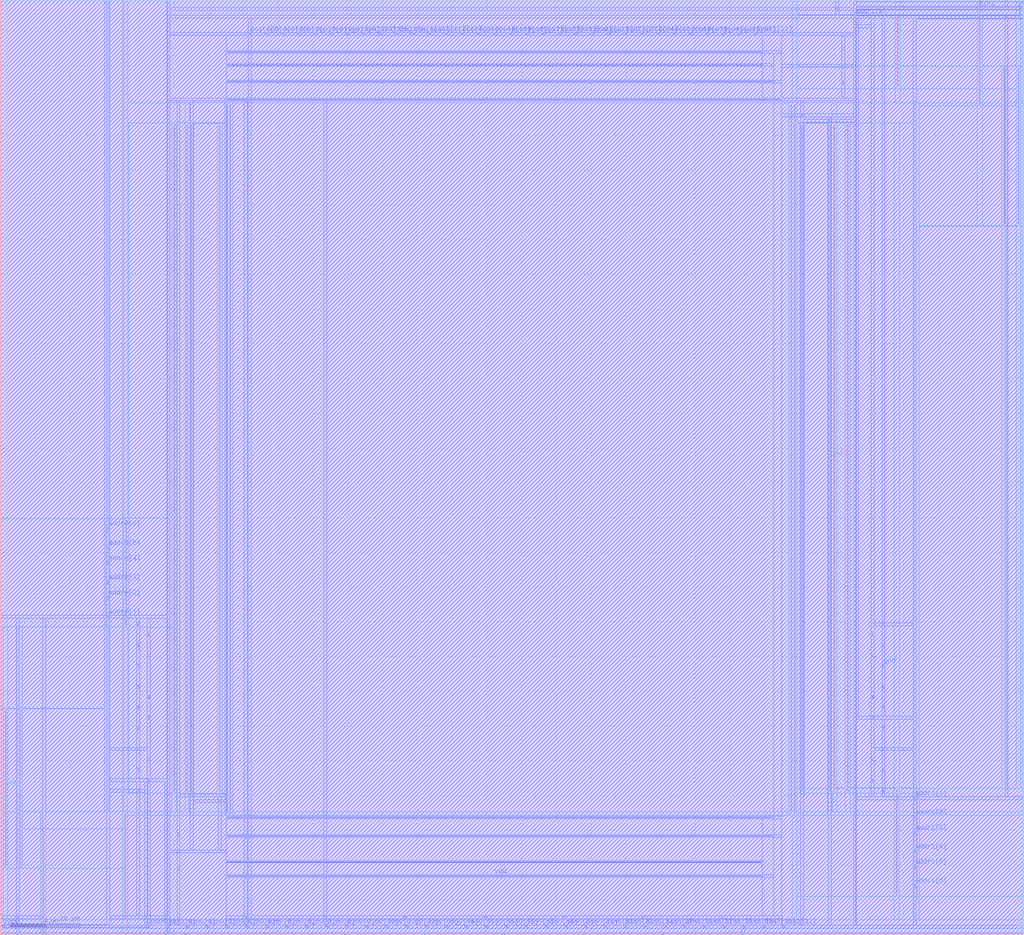
<source format=lef>
VERSION 5.4 ;
NAMESCASESENSITIVE ON ;
BUSBITCHARS "[]" ;
DIVIDERCHAR "/" ;
UNITS
  DATABASE MICRONS 2000 ;
END UNITS
MACRO freepdk45_sram_1w1r_128x32_32
   CLASS BLOCK ;
   SIZE 147.245 BY 134.51 ;
   SYMMETRY X Y R90 ;
   PIN din0[0]
      DIRECTION INPUT ;
      PORT
         LAYER metal3 ;
         RECT  24.075 1.1075 24.21 1.2425 ;
      END
   END din0[0]
   PIN din0[1]
      DIRECTION INPUT ;
      PORT
         LAYER metal3 ;
         RECT  26.935 1.1075 27.07 1.2425 ;
      END
   END din0[1]
   PIN din0[2]
      DIRECTION INPUT ;
      PORT
         LAYER metal3 ;
         RECT  29.795 1.1075 29.93 1.2425 ;
      END
   END din0[2]
   PIN din0[3]
      DIRECTION INPUT ;
      PORT
         LAYER metal3 ;
         RECT  32.655 1.1075 32.79 1.2425 ;
      END
   END din0[3]
   PIN din0[4]
      DIRECTION INPUT ;
      PORT
         LAYER metal3 ;
         RECT  35.515 1.1075 35.65 1.2425 ;
      END
   END din0[4]
   PIN din0[5]
      DIRECTION INPUT ;
      PORT
         LAYER metal3 ;
         RECT  38.375 1.1075 38.51 1.2425 ;
      END
   END din0[5]
   PIN din0[6]
      DIRECTION INPUT ;
      PORT
         LAYER metal3 ;
         RECT  41.235 1.1075 41.37 1.2425 ;
      END
   END din0[6]
   PIN din0[7]
      DIRECTION INPUT ;
      PORT
         LAYER metal3 ;
         RECT  44.095 1.1075 44.23 1.2425 ;
      END
   END din0[7]
   PIN din0[8]
      DIRECTION INPUT ;
      PORT
         LAYER metal3 ;
         RECT  46.955 1.1075 47.09 1.2425 ;
      END
   END din0[8]
   PIN din0[9]
      DIRECTION INPUT ;
      PORT
         LAYER metal3 ;
         RECT  49.815 1.1075 49.95 1.2425 ;
      END
   END din0[9]
   PIN din0[10]
      DIRECTION INPUT ;
      PORT
         LAYER metal3 ;
         RECT  52.675 1.1075 52.81 1.2425 ;
      END
   END din0[10]
   PIN din0[11]
      DIRECTION INPUT ;
      PORT
         LAYER metal3 ;
         RECT  55.535 1.1075 55.67 1.2425 ;
      END
   END din0[11]
   PIN din0[12]
      DIRECTION INPUT ;
      PORT
         LAYER metal3 ;
         RECT  58.395 1.1075 58.53 1.2425 ;
      END
   END din0[12]
   PIN din0[13]
      DIRECTION INPUT ;
      PORT
         LAYER metal3 ;
         RECT  61.255 1.1075 61.39 1.2425 ;
      END
   END din0[13]
   PIN din0[14]
      DIRECTION INPUT ;
      PORT
         LAYER metal3 ;
         RECT  64.115 1.1075 64.25 1.2425 ;
      END
   END din0[14]
   PIN din0[15]
      DIRECTION INPUT ;
      PORT
         LAYER metal3 ;
         RECT  66.975 1.1075 67.11 1.2425 ;
      END
   END din0[15]
   PIN din0[16]
      DIRECTION INPUT ;
      PORT
         LAYER metal3 ;
         RECT  69.835 1.1075 69.97 1.2425 ;
      END
   END din0[16]
   PIN din0[17]
      DIRECTION INPUT ;
      PORT
         LAYER metal3 ;
         RECT  72.695 1.1075 72.83 1.2425 ;
      END
   END din0[17]
   PIN din0[18]
      DIRECTION INPUT ;
      PORT
         LAYER metal3 ;
         RECT  75.555 1.1075 75.69 1.2425 ;
      END
   END din0[18]
   PIN din0[19]
      DIRECTION INPUT ;
      PORT
         LAYER metal3 ;
         RECT  78.415 1.1075 78.55 1.2425 ;
      END
   END din0[19]
   PIN din0[20]
      DIRECTION INPUT ;
      PORT
         LAYER metal3 ;
         RECT  81.275 1.1075 81.41 1.2425 ;
      END
   END din0[20]
   PIN din0[21]
      DIRECTION INPUT ;
      PORT
         LAYER metal3 ;
         RECT  84.135 1.1075 84.27 1.2425 ;
      END
   END din0[21]
   PIN din0[22]
      DIRECTION INPUT ;
      PORT
         LAYER metal3 ;
         RECT  86.995 1.1075 87.13 1.2425 ;
      END
   END din0[22]
   PIN din0[23]
      DIRECTION INPUT ;
      PORT
         LAYER metal3 ;
         RECT  89.855 1.1075 89.99 1.2425 ;
      END
   END din0[23]
   PIN din0[24]
      DIRECTION INPUT ;
      PORT
         LAYER metal3 ;
         RECT  92.715 1.1075 92.85 1.2425 ;
      END
   END din0[24]
   PIN din0[25]
      DIRECTION INPUT ;
      PORT
         LAYER metal3 ;
         RECT  95.575 1.1075 95.71 1.2425 ;
      END
   END din0[25]
   PIN din0[26]
      DIRECTION INPUT ;
      PORT
         LAYER metal3 ;
         RECT  98.435 1.1075 98.57 1.2425 ;
      END
   END din0[26]
   PIN din0[27]
      DIRECTION INPUT ;
      PORT
         LAYER metal3 ;
         RECT  101.295 1.1075 101.43 1.2425 ;
      END
   END din0[27]
   PIN din0[28]
      DIRECTION INPUT ;
      PORT
         LAYER metal3 ;
         RECT  104.155 1.1075 104.29 1.2425 ;
      END
   END din0[28]
   PIN din0[29]
      DIRECTION INPUT ;
      PORT
         LAYER metal3 ;
         RECT  107.015 1.1075 107.15 1.2425 ;
      END
   END din0[29]
   PIN din0[30]
      DIRECTION INPUT ;
      PORT
         LAYER metal3 ;
         RECT  109.875 1.1075 110.01 1.2425 ;
      END
   END din0[30]
   PIN din0[31]
      DIRECTION INPUT ;
      PORT
         LAYER metal3 ;
         RECT  112.735 1.1075 112.87 1.2425 ;
      END
   END din0[31]
   PIN addr0[0]
      DIRECTION INPUT ;
      PORT
         LAYER metal3 ;
         RECT  21.215 1.1075 21.35 1.2425 ;
      END
   END addr0[0]
   PIN addr0[1]
      DIRECTION INPUT ;
      PORT
         LAYER metal3 ;
         RECT  15.495 45.6975 15.63 45.8325 ;
      END
   END addr0[1]
   PIN addr0[2]
      DIRECTION INPUT ;
      PORT
         LAYER metal3 ;
         RECT  15.495 48.4275 15.63 48.5625 ;
      END
   END addr0[2]
   PIN addr0[3]
      DIRECTION INPUT ;
      PORT
         LAYER metal3 ;
         RECT  15.495 50.6375 15.63 50.7725 ;
      END
   END addr0[3]
   PIN addr0[4]
      DIRECTION INPUT ;
      PORT
         LAYER metal3 ;
         RECT  15.495 53.3675 15.63 53.5025 ;
      END
   END addr0[4]
   PIN addr0[5]
      DIRECTION INPUT ;
      PORT
         LAYER metal3 ;
         RECT  15.495 55.5775 15.63 55.7125 ;
      END
   END addr0[5]
   PIN addr0[6]
      DIRECTION INPUT ;
      PORT
         LAYER metal3 ;
         RECT  15.495 58.3075 15.63 58.4425 ;
      END
   END addr0[6]
   PIN addr1[0]
      DIRECTION INPUT ;
      PORT
         LAYER metal3 ;
         RECT  122.895 132.0025 123.03 132.1375 ;
      END
   END addr1[0]
   PIN addr1[1]
      DIRECTION INPUT ;
      PORT
         LAYER metal3 ;
         RECT  131.475 19.5675 131.61 19.7025 ;
      END
   END addr1[1]
   PIN addr1[2]
      DIRECTION INPUT ;
      PORT
         LAYER metal3 ;
         RECT  131.475 16.8375 131.61 16.9725 ;
      END
   END addr1[2]
   PIN addr1[3]
      DIRECTION INPUT ;
      PORT
         LAYER metal3 ;
         RECT  131.475 14.6275 131.61 14.7625 ;
      END
   END addr1[3]
   PIN addr1[4]
      DIRECTION INPUT ;
      PORT
         LAYER metal3 ;
         RECT  131.475 11.8975 131.61 12.0325 ;
      END
   END addr1[4]
   PIN addr1[5]
      DIRECTION INPUT ;
      PORT
         LAYER metal3 ;
         RECT  131.475 9.6875 131.61 9.8225 ;
      END
   END addr1[5]
   PIN addr1[6]
      DIRECTION INPUT ;
      PORT
         LAYER metal3 ;
         RECT  131.475 6.9575 131.61 7.0925 ;
      END
   END addr1[6]
   PIN csb0
      DIRECTION INPUT ;
      PORT
         LAYER metal3 ;
         RECT  0.285 1.1075 0.42 1.2425 ;
      END
   END csb0
   PIN csb1
      DIRECTION INPUT ;
      PORT
         LAYER metal3 ;
         RECT  146.825 133.2675 146.96 133.4025 ;
      END
   END csb1
   PIN clk0
      DIRECTION INPUT ;
      PORT
         LAYER metal3 ;
         RECT  6.2475 1.1925 6.3825 1.3275 ;
      END
   END clk0
   PIN clk1
      DIRECTION INPUT ;
      PORT
         LAYER metal3 ;
         RECT  140.7225 133.1825 140.8575 133.3175 ;
      END
   END clk1
   PIN dout1[0]
      DIRECTION OUTPUT ;
      PORT
         LAYER metal3 ;
         RECT  35.8225 129.515 35.9575 129.65 ;
      END
   END dout1[0]
   PIN dout1[1]
      DIRECTION OUTPUT ;
      PORT
         LAYER metal3 ;
         RECT  38.1725 129.515 38.3075 129.65 ;
      END
   END dout1[1]
   PIN dout1[2]
      DIRECTION OUTPUT ;
      PORT
         LAYER metal3 ;
         RECT  40.5225 129.515 40.6575 129.65 ;
      END
   END dout1[2]
   PIN dout1[3]
      DIRECTION OUTPUT ;
      PORT
         LAYER metal3 ;
         RECT  42.8725 129.515 43.0075 129.65 ;
      END
   END dout1[3]
   PIN dout1[4]
      DIRECTION OUTPUT ;
      PORT
         LAYER metal3 ;
         RECT  45.2225 129.515 45.3575 129.65 ;
      END
   END dout1[4]
   PIN dout1[5]
      DIRECTION OUTPUT ;
      PORT
         LAYER metal3 ;
         RECT  47.5725 129.515 47.7075 129.65 ;
      END
   END dout1[5]
   PIN dout1[6]
      DIRECTION OUTPUT ;
      PORT
         LAYER metal3 ;
         RECT  49.9225 129.515 50.0575 129.65 ;
      END
   END dout1[6]
   PIN dout1[7]
      DIRECTION OUTPUT ;
      PORT
         LAYER metal3 ;
         RECT  52.2725 129.515 52.4075 129.65 ;
      END
   END dout1[7]
   PIN dout1[8]
      DIRECTION OUTPUT ;
      PORT
         LAYER metal3 ;
         RECT  54.6225 129.515 54.7575 129.65 ;
      END
   END dout1[8]
   PIN dout1[9]
      DIRECTION OUTPUT ;
      PORT
         LAYER metal3 ;
         RECT  56.9725 129.515 57.1075 129.65 ;
      END
   END dout1[9]
   PIN dout1[10]
      DIRECTION OUTPUT ;
      PORT
         LAYER metal3 ;
         RECT  59.3225 129.515 59.4575 129.65 ;
      END
   END dout1[10]
   PIN dout1[11]
      DIRECTION OUTPUT ;
      PORT
         LAYER metal3 ;
         RECT  61.6725 129.515 61.8075 129.65 ;
      END
   END dout1[11]
   PIN dout1[12]
      DIRECTION OUTPUT ;
      PORT
         LAYER metal3 ;
         RECT  64.0225 129.515 64.1575 129.65 ;
      END
   END dout1[12]
   PIN dout1[13]
      DIRECTION OUTPUT ;
      PORT
         LAYER metal3 ;
         RECT  66.3725 129.515 66.5075 129.65 ;
      END
   END dout1[13]
   PIN dout1[14]
      DIRECTION OUTPUT ;
      PORT
         LAYER metal3 ;
         RECT  68.7225 129.515 68.8575 129.65 ;
      END
   END dout1[14]
   PIN dout1[15]
      DIRECTION OUTPUT ;
      PORT
         LAYER metal3 ;
         RECT  71.0725 129.515 71.2075 129.65 ;
      END
   END dout1[15]
   PIN dout1[16]
      DIRECTION OUTPUT ;
      PORT
         LAYER metal3 ;
         RECT  73.4225 129.515 73.5575 129.65 ;
      END
   END dout1[16]
   PIN dout1[17]
      DIRECTION OUTPUT ;
      PORT
         LAYER metal3 ;
         RECT  75.7725 129.515 75.9075 129.65 ;
      END
   END dout1[17]
   PIN dout1[18]
      DIRECTION OUTPUT ;
      PORT
         LAYER metal3 ;
         RECT  78.1225 129.515 78.2575 129.65 ;
      END
   END dout1[18]
   PIN dout1[19]
      DIRECTION OUTPUT ;
      PORT
         LAYER metal3 ;
         RECT  80.4725 129.515 80.6075 129.65 ;
      END
   END dout1[19]
   PIN dout1[20]
      DIRECTION OUTPUT ;
      PORT
         LAYER metal3 ;
         RECT  82.8225 129.515 82.9575 129.65 ;
      END
   END dout1[20]
   PIN dout1[21]
      DIRECTION OUTPUT ;
      PORT
         LAYER metal3 ;
         RECT  85.1725 129.515 85.3075 129.65 ;
      END
   END dout1[21]
   PIN dout1[22]
      DIRECTION OUTPUT ;
      PORT
         LAYER metal3 ;
         RECT  87.5225 129.515 87.6575 129.65 ;
      END
   END dout1[22]
   PIN dout1[23]
      DIRECTION OUTPUT ;
      PORT
         LAYER metal3 ;
         RECT  89.8725 129.515 90.0075 129.65 ;
      END
   END dout1[23]
   PIN dout1[24]
      DIRECTION OUTPUT ;
      PORT
         LAYER metal3 ;
         RECT  92.2225 129.515 92.3575 129.65 ;
      END
   END dout1[24]
   PIN dout1[25]
      DIRECTION OUTPUT ;
      PORT
         LAYER metal3 ;
         RECT  94.5725 129.515 94.7075 129.65 ;
      END
   END dout1[25]
   PIN dout1[26]
      DIRECTION OUTPUT ;
      PORT
         LAYER metal3 ;
         RECT  96.9225 129.515 97.0575 129.65 ;
      END
   END dout1[26]
   PIN dout1[27]
      DIRECTION OUTPUT ;
      PORT
         LAYER metal3 ;
         RECT  99.2725 129.515 99.4075 129.65 ;
      END
   END dout1[27]
   PIN dout1[28]
      DIRECTION OUTPUT ;
      PORT
         LAYER metal3 ;
         RECT  101.6225 129.515 101.7575 129.65 ;
      END
   END dout1[28]
   PIN dout1[29]
      DIRECTION OUTPUT ;
      PORT
         LAYER metal3 ;
         RECT  103.9725 129.515 104.1075 129.65 ;
      END
   END dout1[29]
   PIN dout1[30]
      DIRECTION OUTPUT ;
      PORT
         LAYER metal3 ;
         RECT  106.3225 129.515 106.4575 129.65 ;
      END
   END dout1[30]
   PIN dout1[31]
      DIRECTION OUTPUT ;
      PORT
         LAYER metal3 ;
         RECT  108.6725 129.515 108.8075 129.65 ;
      END
   END dout1[31]
   PIN vdd
      DIRECTION INOUT ;
      USE POWER ; 
      SHAPE ABUTMENT ; 
      PORT
         LAYER metal3 ;
         RECT  125.4625 31.1375 125.5975 31.2725 ;
         LAYER metal3 ;
         RECT  32.6375 120.105 112.2975 120.175 ;
         LAYER metal3 ;
         RECT  21.3125 22.1675 21.4475 22.3025 ;
         LAYER metal3 ;
         RECT  23.7925 2.4725 23.9275 2.6075 ;
         LAYER metal3 ;
         RECT  115.2825 117.8475 115.4175 117.9825 ;
         LAYER metal3 ;
         RECT  25.575 11.9075 25.71 12.0425 ;
         LAYER metal3 ;
         RECT  46.6725 2.4725 46.8075 2.6075 ;
         LAYER metal3 ;
         RECT  119.29 117.06 119.425 117.195 ;
         LAYER metal3 ;
         RECT  125.4625 40.1075 125.5975 40.2425 ;
         LAYER metal3 ;
         RECT  21.3125 43.0975 21.4475 43.2325 ;
         LAYER metal3 ;
         RECT  92.4325 2.4725 92.5675 2.6075 ;
         LAYER metal3 ;
         RECT  103.8725 2.4725 104.0075 2.6075 ;
         LAYER metal3 ;
         RECT  58.1125 2.4725 58.2475 2.6075 ;
         LAYER metal3 ;
         RECT  125.4625 25.1575 125.5975 25.2925 ;
         LAYER metal3 ;
         RECT  121.2 124.9375 121.335 125.0725 ;
         LAYER metal3 ;
         RECT  32.6375 126.9575 109.4775 127.0275 ;
         LAYER metal4 ;
         RECT  17.93 2.47 18.07 17.43 ;
         LAYER metal4 ;
         RECT  114.2 17.5 114.34 119.41 ;
         LAYER metal3 ;
         RECT  21.3125 25.1575 21.4475 25.2925 ;
         LAYER metal4 ;
         RECT  131.755 5.85 131.895 20.81 ;
         LAYER metal3 ;
         RECT  80.9925 2.4725 81.1275 2.6075 ;
         LAYER metal3 ;
         RECT  123.1775 130.6375 123.3125 130.7725 ;
         LAYER metal3 ;
         RECT  125.4625 43.0975 125.5975 43.2325 ;
         LAYER metal4 ;
         RECT  15.21 44.59 15.35 59.55 ;
         LAYER metal3 ;
         RECT  21.3125 40.1075 21.4475 40.2425 ;
         LAYER metal3 ;
         RECT  125.4625 22.1675 125.5975 22.3025 ;
         LAYER metal4 ;
         RECT  119.905 20.67 120.045 116.56 ;
         LAYER metal3 ;
         RECT  35.2325 2.4725 35.3675 2.6075 ;
         LAYER metal3 ;
         RECT  27.485 19.965 27.62 20.1 ;
         LAYER metal4 ;
         RECT  146.4175 102.26 146.5575 124.6625 ;
         LAYER metal3 ;
         RECT  2.425 2.4725 2.56 2.6075 ;
         LAYER metal4 ;
         RECT  129.035 122.02 129.175 132.04 ;
         LAYER metal3 ;
         RECT  31.4925 19.1775 31.6275 19.3125 ;
         LAYER metal3 ;
         RECT  21.3125 34.1275 21.4475 34.2625 ;
         LAYER metal3 ;
         RECT  21.3125 31.1375 21.4475 31.2725 ;
         LAYER metal3 ;
         RECT  20.9325 2.4725 21.0675 2.6075 ;
         LAYER metal4 ;
         RECT  32.57 17.5 32.71 119.41 ;
         LAYER metal3 ;
         RECT  125.4625 34.1275 125.5975 34.2625 ;
         LAYER metal3 ;
         RECT  32.6375 16.805 111.1225 16.875 ;
         LAYER metal4 ;
         RECT  26.865 20.67 27.005 116.56 ;
         LAYER metal3 ;
         RECT  144.685 131.9025 144.82 132.0375 ;
         LAYER metal3 ;
         RECT  69.5525 2.4725 69.6875 2.6075 ;
         LAYER metal4 ;
         RECT  115.28 20.67 115.42 116.49 ;
         LAYER metal4 ;
         RECT  31.49 20.67 31.63 116.49 ;
         LAYER metal3 ;
         RECT  32.6375 8.415 109.4775 8.485 ;
         LAYER metal4 ;
         RECT  0.6875 9.8475 0.8275 32.25 ;
      END
   END vdd
   PIN gnd
      DIRECTION INOUT ;
      USE GROUND ; 
      SHAPE ABUTMENT ; 
      PORT
         LAYER metal4 ;
         RECT  24.93 20.6375 25.07 116.56 ;
         LAYER metal3 ;
         RECT  19.785 26.6525 19.92 26.7875 ;
         LAYER metal3 ;
         RECT  106.7325 0.0025 106.8675 0.1375 ;
         LAYER metal4 ;
         RECT  140.86 119.55 141.0 134.51 ;
         LAYER metal3 ;
         RECT  19.785 41.6025 19.92 41.7375 ;
         LAYER metal3 ;
         RECT  121.2 127.4075 121.335 127.5425 ;
         LAYER metal3 ;
         RECT  19.785 38.6125 19.92 38.7475 ;
         LAYER metal3 ;
         RECT  83.8525 0.0025 83.9875 0.1375 ;
         LAYER metal3 ;
         RECT  32.6375 10.465 109.4775 10.535 ;
         LAYER metal3 ;
         RECT  32.6375 14.185 111.155 14.255 ;
         LAYER metal4 ;
         RECT  18.07 44.525 18.21 59.615 ;
         LAYER metal4 ;
         RECT  27.425 20.6375 27.565 116.5225 ;
         LAYER metal4 ;
         RECT  113.74 17.5 113.88 119.41 ;
         LAYER metal3 ;
         RECT  126.99 26.6525 127.125 26.7875 ;
         LAYER metal4 ;
         RECT  33.03 17.5 33.17 119.41 ;
         LAYER metal3 ;
         RECT  2.425 0.0025 2.56 0.1375 ;
         LAYER metal3 ;
         RECT  19.785 20.6725 19.92 20.8075 ;
         LAYER metal3 ;
         RECT  144.685 134.3725 144.82 134.5075 ;
         LAYER metal3 ;
         RECT  120.3175 133.1075 120.4525 133.2425 ;
         LAYER metal3 ;
         RECT  49.5325 0.0025 49.6675 0.1375 ;
         LAYER metal4 ;
         RECT  128.895 5.785 129.035 20.875 ;
         LAYER metal4 ;
         RECT  121.84 20.6375 121.98 116.56 ;
         LAYER metal3 ;
         RECT  126.99 29.6425 127.125 29.7775 ;
         LAYER metal3 ;
         RECT  126.99 44.5925 127.125 44.7275 ;
         LAYER metal3 ;
         RECT  121.2 122.4675 121.335 122.6025 ;
         LAYER metal3 ;
         RECT  32.6375 122.725 111.155 122.795 ;
         LAYER metal4 ;
         RECT  2.75 9.88 2.89 32.2825 ;
         LAYER metal3 ;
         RECT  23.7925 0.0025 23.9275 0.1375 ;
         LAYER metal4 ;
         RECT  6.105 0.0 6.245 14.96 ;
         LAYER metal3 ;
         RECT  19.785 32.6325 19.92 32.7675 ;
         LAYER metal3 ;
         RECT  126.99 23.6625 127.125 23.7975 ;
         LAYER metal3 ;
         RECT  25.575 14.3775 25.71 14.5125 ;
         LAYER metal4 ;
         RECT  144.355 102.2275 144.495 124.63 ;
         LAYER metal3 ;
         RECT  19.785 29.6425 19.92 29.7775 ;
         LAYER metal3 ;
         RECT  72.4125 0.0025 72.5475 0.1375 ;
         LAYER metal3 ;
         RECT  95.2925 0.0025 95.4275 0.1375 ;
         LAYER metal3 ;
         RECT  25.575 9.4375 25.71 9.5725 ;
         LAYER metal3 ;
         RECT  126.99 41.6025 127.125 41.7375 ;
         LAYER metal3 ;
         RECT  38.0925 0.0025 38.2275 0.1375 ;
         LAYER metal3 ;
         RECT  60.9725 0.0025 61.1075 0.1375 ;
         LAYER metal3 ;
         RECT  126.99 20.6725 127.125 20.8075 ;
         LAYER metal3 ;
         RECT  32.6375 125.065 109.5125 125.135 ;
         LAYER metal3 ;
         RECT  126.99 35.6225 127.125 35.7575 ;
         LAYER metal3 ;
         RECT  19.785 23.6625 19.92 23.7975 ;
         LAYER metal3 ;
         RECT  26.6525 0.0025 26.7875 0.1375 ;
         LAYER metal3 ;
         RECT  19.785 44.5925 19.92 44.7275 ;
         LAYER metal4 ;
         RECT  119.345 20.6375 119.485 116.5225 ;
         LAYER metal3 ;
         RECT  19.785 35.6225 19.92 35.7575 ;
         LAYER metal3 ;
         RECT  126.99 32.6325 127.125 32.7675 ;
         LAYER metal3 ;
         RECT  126.99 38.6125 127.125 38.7475 ;
      END
   END gnd
   OBS
   LAYER  metal1 ;
      RECT  0.14 0.14 147.105 134.37 ;
   LAYER  metal2 ;
      RECT  0.14 0.14 147.105 134.37 ;
   LAYER  metal3 ;
      RECT  24.35 0.9675 26.795 1.3825 ;
      RECT  27.21 0.9675 29.655 1.3825 ;
      RECT  30.07 0.9675 32.515 1.3825 ;
      RECT  32.93 0.9675 35.375 1.3825 ;
      RECT  35.79 0.9675 38.235 1.3825 ;
      RECT  38.65 0.9675 41.095 1.3825 ;
      RECT  41.51 0.9675 43.955 1.3825 ;
      RECT  44.37 0.9675 46.815 1.3825 ;
      RECT  47.23 0.9675 49.675 1.3825 ;
      RECT  50.09 0.9675 52.535 1.3825 ;
      RECT  52.95 0.9675 55.395 1.3825 ;
      RECT  55.81 0.9675 58.255 1.3825 ;
      RECT  58.67 0.9675 61.115 1.3825 ;
      RECT  61.53 0.9675 63.975 1.3825 ;
      RECT  64.39 0.9675 66.835 1.3825 ;
      RECT  67.25 0.9675 69.695 1.3825 ;
      RECT  70.11 0.9675 72.555 1.3825 ;
      RECT  72.97 0.9675 75.415 1.3825 ;
      RECT  75.83 0.9675 78.275 1.3825 ;
      RECT  78.69 0.9675 81.135 1.3825 ;
      RECT  81.55 0.9675 83.995 1.3825 ;
      RECT  84.41 0.9675 86.855 1.3825 ;
      RECT  87.27 0.9675 89.715 1.3825 ;
      RECT  90.13 0.9675 92.575 1.3825 ;
      RECT  92.99 0.9675 95.435 1.3825 ;
      RECT  95.85 0.9675 98.295 1.3825 ;
      RECT  98.71 0.9675 101.155 1.3825 ;
      RECT  101.57 0.9675 104.015 1.3825 ;
      RECT  104.43 0.9675 106.875 1.3825 ;
      RECT  107.29 0.9675 109.735 1.3825 ;
      RECT  110.15 0.9675 112.595 1.3825 ;
      RECT  113.01 0.9675 147.105 1.3825 ;
      RECT  21.49 0.9675 23.935 1.3825 ;
      RECT  0.14 45.5575 15.355 45.9725 ;
      RECT  0.14 45.9725 15.355 134.37 ;
      RECT  15.355 1.3825 15.77 45.5575 ;
      RECT  15.77 45.5575 23.935 45.9725 ;
      RECT  15.77 45.9725 23.935 134.37 ;
      RECT  15.355 45.9725 15.77 48.2875 ;
      RECT  15.355 48.7025 15.77 50.4975 ;
      RECT  15.355 50.9125 15.77 53.2275 ;
      RECT  15.355 53.6425 15.77 55.4375 ;
      RECT  15.355 55.8525 15.77 58.1675 ;
      RECT  15.355 58.5825 15.77 134.37 ;
      RECT  24.35 131.8625 122.755 132.2775 ;
      RECT  122.755 132.2775 123.17 134.37 ;
      RECT  123.17 1.3825 131.335 19.4275 ;
      RECT  123.17 19.4275 131.335 19.8425 ;
      RECT  131.335 19.8425 131.75 131.8625 ;
      RECT  131.75 1.3825 147.105 19.4275 ;
      RECT  131.75 19.4275 147.105 19.8425 ;
      RECT  131.335 17.1125 131.75 19.4275 ;
      RECT  131.335 14.9025 131.75 16.6975 ;
      RECT  131.335 12.1725 131.75 14.4875 ;
      RECT  131.335 9.9625 131.75 11.7575 ;
      RECT  131.335 1.3825 131.75 6.8175 ;
      RECT  131.335 7.2325 131.75 9.5475 ;
      RECT  0.14 0.9675 0.145 1.3825 ;
      RECT  146.685 132.2775 147.1 133.1275 ;
      RECT  146.685 133.5425 147.1 134.37 ;
      RECT  147.1 132.2775 147.105 133.1275 ;
      RECT  147.1 133.1275 147.105 133.5425 ;
      RECT  147.1 133.5425 147.105 134.37 ;
      RECT  0.14 1.3825 6.1075 1.4675 ;
      RECT  6.1075 1.4675 6.5225 45.5575 ;
      RECT  6.5225 1.3825 15.355 1.4675 ;
      RECT  6.5225 1.4675 15.355 45.5575 ;
      RECT  0.56 0.9675 6.1075 1.0525 ;
      RECT  0.56 1.0525 6.1075 1.3825 ;
      RECT  6.1075 0.9675 6.5225 1.0525 ;
      RECT  6.5225 0.9675 21.075 1.0525 ;
      RECT  6.5225 1.0525 21.075 1.3825 ;
      RECT  123.17 132.2775 140.5825 133.0425 ;
      RECT  123.17 133.0425 140.5825 133.1275 ;
      RECT  140.5825 132.2775 140.9975 133.0425 ;
      RECT  140.9975 132.2775 146.685 133.0425 ;
      RECT  140.9975 133.0425 146.685 133.1275 ;
      RECT  123.17 133.1275 140.5825 133.4575 ;
      RECT  123.17 133.4575 140.5825 133.5425 ;
      RECT  140.5825 133.4575 140.9975 133.5425 ;
      RECT  140.9975 133.1275 146.685 133.4575 ;
      RECT  140.9975 133.4575 146.685 133.5425 ;
      RECT  24.35 129.375 35.6825 129.79 ;
      RECT  24.35 129.79 35.6825 131.8625 ;
      RECT  35.6825 129.79 36.0975 131.8625 ;
      RECT  36.0975 129.79 122.755 131.8625 ;
      RECT  36.0975 129.375 38.0325 129.79 ;
      RECT  38.4475 129.375 40.3825 129.79 ;
      RECT  40.7975 129.375 42.7325 129.79 ;
      RECT  43.1475 129.375 45.0825 129.79 ;
      RECT  45.4975 129.375 47.4325 129.79 ;
      RECT  47.8475 129.375 49.7825 129.79 ;
      RECT  50.1975 129.375 52.1325 129.79 ;
      RECT  52.5475 129.375 54.4825 129.79 ;
      RECT  54.8975 129.375 56.8325 129.79 ;
      RECT  57.2475 129.375 59.1825 129.79 ;
      RECT  59.5975 129.375 61.5325 129.79 ;
      RECT  61.9475 129.375 63.8825 129.79 ;
      RECT  64.2975 129.375 66.2325 129.79 ;
      RECT  66.6475 129.375 68.5825 129.79 ;
      RECT  68.9975 129.375 70.9325 129.79 ;
      RECT  71.3475 129.375 73.2825 129.79 ;
      RECT  73.6975 129.375 75.6325 129.79 ;
      RECT  76.0475 129.375 77.9825 129.79 ;
      RECT  78.3975 129.375 80.3325 129.79 ;
      RECT  80.7475 129.375 82.6825 129.79 ;
      RECT  83.0975 129.375 85.0325 129.79 ;
      RECT  85.4475 129.375 87.3825 129.79 ;
      RECT  87.7975 129.375 89.7325 129.79 ;
      RECT  90.1475 129.375 92.0825 129.79 ;
      RECT  92.4975 129.375 94.4325 129.79 ;
      RECT  94.8475 129.375 96.7825 129.79 ;
      RECT  97.1975 129.375 99.1325 129.79 ;
      RECT  99.5475 129.375 101.4825 129.79 ;
      RECT  101.8975 129.375 103.8325 129.79 ;
      RECT  104.2475 129.375 106.1825 129.79 ;
      RECT  106.5975 129.375 108.5325 129.79 ;
      RECT  108.9475 129.375 122.755 129.79 ;
      RECT  123.17 19.8425 125.3225 30.9975 ;
      RECT  123.17 30.9975 125.3225 31.4125 ;
      RECT  125.7375 30.9975 131.335 31.4125 ;
      RECT  24.35 119.965 32.4975 120.315 ;
      RECT  24.35 120.315 32.4975 129.375 ;
      RECT  112.4375 119.965 122.755 120.315 ;
      RECT  15.77 22.0275 21.1725 22.4425 ;
      RECT  21.5875 22.0275 23.935 22.4425 ;
      RECT  21.5875 22.4425 23.935 45.5575 ;
      RECT  23.935 1.3825 24.0675 2.3325 ;
      RECT  23.935 2.7475 24.0675 134.37 ;
      RECT  24.0675 1.3825 24.35 2.3325 ;
      RECT  24.0675 2.3325 24.35 2.7475 ;
      RECT  24.0675 2.7475 24.35 134.37 ;
      RECT  21.5875 1.3825 23.6525 2.3325 ;
      RECT  21.5875 2.3325 23.6525 2.7475 ;
      RECT  21.5875 2.7475 23.6525 22.0275 ;
      RECT  23.6525 1.3825 23.935 2.3325 ;
      RECT  23.6525 2.7475 23.935 22.0275 ;
      RECT  112.4375 1.3825 115.1425 117.7075 ;
      RECT  112.4375 117.7075 115.1425 118.1225 ;
      RECT  112.4375 118.1225 115.1425 119.965 ;
      RECT  115.1425 1.3825 115.5575 117.7075 ;
      RECT  115.1425 118.1225 115.5575 119.965 ;
      RECT  115.5575 117.7075 122.755 118.1225 ;
      RECT  115.5575 118.1225 122.755 119.965 ;
      RECT  24.35 1.3825 25.435 11.7675 ;
      RECT  24.35 11.7675 25.435 12.1825 ;
      RECT  24.35 12.1825 25.435 119.965 ;
      RECT  25.85 1.3825 32.4975 11.7675 ;
      RECT  25.85 11.7675 32.4975 12.1825 ;
      RECT  36.0975 1.3825 46.5325 2.3325 ;
      RECT  36.0975 2.3325 46.5325 2.7475 ;
      RECT  46.5325 1.3825 46.9475 2.3325 ;
      RECT  46.9475 1.3825 112.4375 2.3325 ;
      RECT  115.5575 1.3825 119.15 116.92 ;
      RECT  115.5575 116.92 119.15 117.335 ;
      RECT  115.5575 117.335 119.15 117.7075 ;
      RECT  119.15 1.3825 119.565 116.92 ;
      RECT  119.15 117.335 119.565 117.7075 ;
      RECT  119.565 1.3825 122.755 116.92 ;
      RECT  119.565 116.92 122.755 117.335 ;
      RECT  119.565 117.335 122.755 117.7075 ;
      RECT  21.1725 43.3725 21.5875 45.5575 ;
      RECT  92.7075 2.3325 103.7325 2.7475 ;
      RECT  104.1475 2.3325 112.4375 2.7475 ;
      RECT  46.9475 2.3325 57.9725 2.7475 ;
      RECT  125.3225 25.4325 125.7375 30.9975 ;
      RECT  112.4375 120.315 121.06 124.7975 ;
      RECT  112.4375 124.7975 121.06 125.2125 ;
      RECT  112.4375 125.2125 121.06 129.375 ;
      RECT  121.475 120.315 122.755 124.7975 ;
      RECT  121.475 124.7975 122.755 125.2125 ;
      RECT  121.475 125.2125 122.755 129.375 ;
      RECT  32.4975 127.1675 35.6825 129.375 ;
      RECT  35.6825 127.1675 36.0975 129.375 ;
      RECT  36.0975 127.1675 109.6175 129.375 ;
      RECT  109.6175 126.8175 112.4375 127.1675 ;
      RECT  109.6175 127.1675 112.4375 129.375 ;
      RECT  21.1725 22.4425 21.5875 25.0175 ;
      RECT  81.2675 2.3325 92.2925 2.7475 ;
      RECT  122.755 1.3825 123.0375 130.4975 ;
      RECT  122.755 130.4975 123.0375 130.9125 ;
      RECT  122.755 130.9125 123.0375 131.8625 ;
      RECT  123.0375 1.3825 123.17 130.4975 ;
      RECT  123.0375 130.9125 123.17 131.8625 ;
      RECT  123.17 31.4125 123.4525 130.4975 ;
      RECT  123.17 130.9125 123.4525 131.8625 ;
      RECT  123.4525 31.4125 125.3225 130.4975 ;
      RECT  123.4525 130.4975 125.3225 130.9125 ;
      RECT  123.4525 130.9125 125.3225 131.8625 ;
      RECT  125.3225 40.3825 125.7375 42.9575 ;
      RECT  125.3225 43.3725 125.7375 131.8625 ;
      RECT  21.1725 40.3825 21.5875 42.9575 ;
      RECT  125.3225 19.8425 125.7375 22.0275 ;
      RECT  125.3225 22.4425 125.7375 25.0175 ;
      RECT  32.4975 1.3825 35.0925 2.3325 ;
      RECT  32.4975 2.3325 35.0925 2.7475 ;
      RECT  35.0925 1.3825 35.5075 2.3325 ;
      RECT  35.5075 1.3825 35.6825 2.3325 ;
      RECT  35.5075 2.3325 35.6825 2.7475 ;
      RECT  25.85 12.1825 27.345 19.825 ;
      RECT  25.85 19.825 27.345 20.24 ;
      RECT  25.85 20.24 27.345 119.965 ;
      RECT  27.345 12.1825 27.76 19.825 ;
      RECT  27.345 20.24 27.76 119.965 ;
      RECT  27.76 19.825 32.4975 20.24 ;
      RECT  27.76 20.24 32.4975 119.965 ;
      RECT  0.14 1.4675 2.285 2.3325 ;
      RECT  0.14 2.3325 2.285 2.7475 ;
      RECT  0.14 2.7475 2.285 45.5575 ;
      RECT  2.285 1.4675 2.7 2.3325 ;
      RECT  2.285 2.7475 2.7 45.5575 ;
      RECT  2.7 1.4675 6.1075 2.3325 ;
      RECT  2.7 2.3325 6.1075 2.7475 ;
      RECT  2.7 2.7475 6.1075 45.5575 ;
      RECT  27.76 12.1825 31.3525 19.0375 ;
      RECT  27.76 19.0375 31.3525 19.4525 ;
      RECT  27.76 19.4525 31.3525 19.825 ;
      RECT  31.3525 12.1825 31.7675 19.0375 ;
      RECT  31.3525 19.4525 31.7675 19.825 ;
      RECT  31.7675 12.1825 32.4975 19.0375 ;
      RECT  31.7675 19.0375 32.4975 19.4525 ;
      RECT  31.7675 19.4525 32.4975 19.825 ;
      RECT  21.1725 34.4025 21.5875 39.9675 ;
      RECT  21.1725 25.4325 21.5875 30.9975 ;
      RECT  21.1725 31.4125 21.5875 33.9875 ;
      RECT  15.77 1.3825 20.7925 2.3325 ;
      RECT  15.77 2.3325 20.7925 2.7475 ;
      RECT  20.7925 1.3825 21.1725 2.3325 ;
      RECT  20.7925 2.7475 21.1725 22.0275 ;
      RECT  21.1725 1.3825 21.2075 2.3325 ;
      RECT  21.1725 2.7475 21.2075 22.0275 ;
      RECT  21.2075 1.3825 21.5875 2.3325 ;
      RECT  21.2075 2.3325 21.5875 2.7475 ;
      RECT  21.2075 2.7475 21.5875 22.0275 ;
      RECT  125.3225 31.4125 125.7375 33.9875 ;
      RECT  125.3225 34.4025 125.7375 39.9675 ;
      RECT  35.6825 17.015 36.0975 119.965 ;
      RECT  36.0975 17.015 46.5325 119.965 ;
      RECT  46.5325 17.015 46.9475 119.965 ;
      RECT  46.9475 17.015 111.2625 119.965 ;
      RECT  111.2625 16.665 112.4375 17.015 ;
      RECT  111.2625 17.015 112.4375 119.965 ;
      RECT  32.4975 17.015 35.0925 119.965 ;
      RECT  35.0925 17.015 35.5075 119.965 ;
      RECT  35.5075 17.015 35.6825 119.965 ;
      RECT  123.17 131.8625 144.545 132.1775 ;
      RECT  123.17 132.1775 144.545 132.2775 ;
      RECT  144.545 132.1775 144.96 132.2775 ;
      RECT  144.96 131.8625 147.105 132.1775 ;
      RECT  144.96 132.1775 147.105 132.2775 ;
      RECT  131.75 19.8425 144.545 131.7625 ;
      RECT  131.75 131.7625 144.545 131.8625 ;
      RECT  144.545 19.8425 144.96 131.7625 ;
      RECT  144.96 19.8425 147.105 131.7625 ;
      RECT  144.96 131.7625 147.105 131.8625 ;
      RECT  58.3875 2.3325 69.4125 2.7475 ;
      RECT  69.8275 2.3325 80.8525 2.7475 ;
      RECT  35.6825 1.3825 36.0975 8.275 ;
      RECT  36.0975 2.7475 46.5325 8.275 ;
      RECT  46.5325 2.7475 46.9475 8.275 ;
      RECT  46.9475 2.7475 109.6175 8.275 ;
      RECT  109.6175 2.7475 111.2625 8.275 ;
      RECT  109.6175 8.275 111.2625 8.625 ;
      RECT  32.4975 2.7475 35.0925 8.275 ;
      RECT  35.0925 2.7475 35.5075 8.275 ;
      RECT  35.5075 2.7475 35.6825 8.275 ;
      RECT  15.77 22.4425 19.645 26.5125 ;
      RECT  15.77 26.5125 19.645 26.9275 ;
      RECT  15.77 26.9275 19.645 45.5575 ;
      RECT  20.06 22.4425 21.1725 26.5125 ;
      RECT  20.06 26.5125 21.1725 26.9275 ;
      RECT  20.06 26.9275 21.1725 45.5575 ;
      RECT  24.35 0.2775 106.5925 0.9675 ;
      RECT  106.5925 0.2775 107.0075 0.9675 ;
      RECT  107.0075 0.14 147.105 0.2775 ;
      RECT  107.0075 0.2775 147.105 0.9675 ;
      RECT  121.06 125.2125 121.475 127.2675 ;
      RECT  121.06 127.6825 121.475 129.375 ;
      RECT  19.645 38.8875 20.06 41.4625 ;
      RECT  35.6825 8.625 36.0975 10.325 ;
      RECT  36.0975 8.625 46.5325 10.325 ;
      RECT  46.5325 8.625 46.9475 10.325 ;
      RECT  46.9475 8.625 109.6175 10.325 ;
      RECT  32.4975 8.625 35.0925 10.325 ;
      RECT  35.0925 8.625 35.5075 10.325 ;
      RECT  35.5075 8.625 35.6825 10.325 ;
      RECT  111.2625 2.7475 111.295 14.045 ;
      RECT  111.2625 14.395 111.295 16.665 ;
      RECT  111.295 2.7475 112.4375 14.045 ;
      RECT  111.295 14.045 112.4375 14.395 ;
      RECT  111.295 14.395 112.4375 16.665 ;
      RECT  109.6175 8.625 111.2625 14.045 ;
      RECT  109.6175 14.395 111.2625 16.665 ;
      RECT  35.6825 10.675 36.0975 14.045 ;
      RECT  35.6825 14.395 36.0975 16.665 ;
      RECT  36.0975 10.675 46.5325 14.045 ;
      RECT  36.0975 14.395 46.5325 16.665 ;
      RECT  46.5325 10.675 46.9475 14.045 ;
      RECT  46.5325 14.395 46.9475 16.665 ;
      RECT  46.9475 10.675 109.6175 14.045 ;
      RECT  46.9475 14.395 109.6175 16.665 ;
      RECT  32.4975 10.675 35.0925 14.045 ;
      RECT  32.4975 14.395 35.0925 16.665 ;
      RECT  35.0925 10.675 35.5075 14.045 ;
      RECT  35.0925 14.395 35.5075 16.665 ;
      RECT  35.5075 10.675 35.6825 14.045 ;
      RECT  35.5075 14.395 35.6825 16.665 ;
      RECT  125.7375 19.8425 126.85 26.5125 ;
      RECT  125.7375 26.5125 126.85 26.9275 ;
      RECT  125.7375 26.9275 126.85 30.9975 ;
      RECT  127.265 19.8425 131.335 26.5125 ;
      RECT  127.265 26.5125 131.335 26.9275 ;
      RECT  127.265 26.9275 131.335 30.9975 ;
      RECT  0.14 0.14 2.285 0.2775 ;
      RECT  0.14 0.2775 2.285 0.9675 ;
      RECT  2.285 0.2775 2.7 0.9675 ;
      RECT  2.7 0.2775 23.935 0.9675 ;
      RECT  15.77 2.7475 19.645 20.5325 ;
      RECT  15.77 20.5325 19.645 20.9475 ;
      RECT  15.77 20.9475 19.645 22.0275 ;
      RECT  19.645 2.7475 20.06 20.5325 ;
      RECT  19.645 20.9475 20.06 22.0275 ;
      RECT  20.06 2.7475 20.7925 20.5325 ;
      RECT  20.06 20.5325 20.7925 20.9475 ;
      RECT  20.06 20.9475 20.7925 22.0275 ;
      RECT  123.17 133.5425 144.545 134.2325 ;
      RECT  123.17 134.2325 144.545 134.37 ;
      RECT  144.545 133.5425 144.96 134.2325 ;
      RECT  144.96 133.5425 146.685 134.2325 ;
      RECT  144.96 134.2325 146.685 134.37 ;
      RECT  24.35 132.2775 120.1775 132.9675 ;
      RECT  24.35 132.9675 120.1775 133.3825 ;
      RECT  24.35 133.3825 120.1775 134.37 ;
      RECT  120.1775 132.2775 120.5925 132.9675 ;
      RECT  120.1775 133.3825 120.5925 134.37 ;
      RECT  120.5925 132.2775 122.755 132.9675 ;
      RECT  120.5925 132.9675 122.755 133.3825 ;
      RECT  120.5925 133.3825 122.755 134.37 ;
      RECT  126.85 26.9275 127.265 29.5025 ;
      RECT  126.85 29.9175 127.265 30.9975 ;
      RECT  125.7375 31.4125 126.85 44.4525 ;
      RECT  125.7375 44.4525 126.85 44.8675 ;
      RECT  125.7375 44.8675 126.85 131.8625 ;
      RECT  126.85 44.8675 127.265 131.8625 ;
      RECT  127.265 31.4125 131.335 44.4525 ;
      RECT  127.265 44.4525 131.335 44.8675 ;
      RECT  127.265 44.8675 131.335 131.8625 ;
      RECT  121.06 120.315 121.475 122.3275 ;
      RECT  121.06 122.7425 121.475 124.7975 ;
      RECT  32.4975 120.315 35.6825 122.585 ;
      RECT  35.6825 120.315 36.0975 122.585 ;
      RECT  36.0975 120.315 109.6175 122.585 ;
      RECT  109.6175 120.315 111.295 122.585 ;
      RECT  111.295 120.315 112.4375 122.585 ;
      RECT  111.295 122.585 112.4375 122.935 ;
      RECT  111.295 122.935 112.4375 126.8175 ;
      RECT  23.935 0.2775 24.0675 0.9675 ;
      RECT  24.0675 0.14 24.35 0.2775 ;
      RECT  24.0675 0.2775 24.35 0.9675 ;
      RECT  2.7 0.14 23.6525 0.2775 ;
      RECT  126.85 23.9375 127.265 26.5125 ;
      RECT  25.435 12.1825 25.85 14.2375 ;
      RECT  25.435 14.6525 25.85 119.965 ;
      RECT  19.645 26.9275 20.06 29.5025 ;
      RECT  19.645 29.9175 20.06 32.4925 ;
      RECT  72.6875 0.14 83.7125 0.2775 ;
      RECT  84.1275 0.14 95.1525 0.2775 ;
      RECT  95.5675 0.14 106.5925 0.2775 ;
      RECT  25.435 1.3825 25.85 9.2975 ;
      RECT  25.435 9.7125 25.85 11.7675 ;
      RECT  126.85 41.8775 127.265 44.4525 ;
      RECT  38.3675 0.14 49.3925 0.2775 ;
      RECT  49.8075 0.14 60.8325 0.2775 ;
      RECT  61.2475 0.14 72.2725 0.2775 ;
      RECT  126.85 19.8425 127.265 20.5325 ;
      RECT  126.85 20.9475 127.265 23.5225 ;
      RECT  32.4975 122.935 35.6825 124.925 ;
      RECT  32.4975 125.275 35.6825 126.8175 ;
      RECT  35.6825 122.935 36.0975 124.925 ;
      RECT  35.6825 125.275 36.0975 126.8175 ;
      RECT  36.0975 122.935 109.6175 124.925 ;
      RECT  36.0975 125.275 109.6175 126.8175 ;
      RECT  109.6175 122.935 109.6525 124.925 ;
      RECT  109.6175 125.275 109.6525 126.8175 ;
      RECT  109.6525 122.935 111.295 124.925 ;
      RECT  109.6525 124.925 111.295 125.275 ;
      RECT  109.6525 125.275 111.295 126.8175 ;
      RECT  19.645 22.4425 20.06 23.5225 ;
      RECT  19.645 23.9375 20.06 26.5125 ;
      RECT  24.35 0.14 26.5125 0.2775 ;
      RECT  26.9275 0.14 37.9525 0.2775 ;
      RECT  19.645 41.8775 20.06 44.4525 ;
      RECT  19.645 44.8675 20.06 45.5575 ;
      RECT  19.645 32.9075 20.06 35.4825 ;
      RECT  19.645 35.8975 20.06 38.4725 ;
      RECT  126.85 31.4125 127.265 32.4925 ;
      RECT  126.85 32.9075 127.265 35.4825 ;
      RECT  126.85 35.8975 127.265 38.4725 ;
      RECT  126.85 38.8875 127.265 41.4625 ;
   LAYER  metal4 ;
      RECT  17.65 0.14 18.35 2.19 ;
      RECT  18.35 0.14 147.105 2.19 ;
      RECT  18.35 2.19 113.92 17.22 ;
      RECT  113.92 2.19 114.62 17.22 ;
      RECT  18.35 119.69 113.92 134.37 ;
      RECT  113.92 119.69 114.62 134.37 ;
      RECT  131.475 2.19 132.175 5.57 ;
      RECT  132.175 2.19 147.105 5.57 ;
      RECT  132.175 5.57 147.105 17.22 ;
      RECT  132.175 17.22 147.105 17.71 ;
      RECT  131.475 21.09 132.175 119.69 ;
      RECT  132.175 17.71 147.105 21.09 ;
      RECT  0.14 44.31 14.93 59.83 ;
      RECT  0.14 59.83 14.93 134.37 ;
      RECT  14.93 17.71 15.63 44.31 ;
      RECT  14.93 59.83 15.63 134.37 ;
      RECT  15.63 17.71 17.65 44.31 ;
      RECT  15.63 44.31 17.65 59.83 ;
      RECT  15.63 59.83 17.65 134.37 ;
      RECT  114.62 116.84 119.625 119.69 ;
      RECT  119.625 116.84 120.325 119.69 ;
      RECT  120.325 116.84 131.475 119.69 ;
      RECT  146.1375 124.9425 146.8375 134.37 ;
      RECT  146.8375 119.69 147.105 124.9425 ;
      RECT  146.8375 124.9425 147.105 134.37 ;
      RECT  146.1375 21.09 146.8375 101.98 ;
      RECT  146.8375 21.09 147.105 101.98 ;
      RECT  146.8375 101.98 147.105 119.69 ;
      RECT  114.62 119.69 128.755 121.74 ;
      RECT  114.62 121.74 128.755 124.9425 ;
      RECT  128.755 119.69 129.455 121.74 ;
      RECT  114.62 124.9425 128.755 132.32 ;
      RECT  114.62 132.32 128.755 134.37 ;
      RECT  128.755 132.32 129.455 134.37 ;
      RECT  18.35 17.22 32.29 17.71 ;
      RECT  18.35 116.84 26.585 119.69 ;
      RECT  26.585 116.84 27.285 119.69 ;
      RECT  27.285 116.84 32.29 119.69 ;
      RECT  114.62 20.39 115.0 21.09 ;
      RECT  114.62 21.09 115.0 116.77 ;
      RECT  114.62 116.77 115.0 116.84 ;
      RECT  115.0 116.77 115.7 116.84 ;
      RECT  31.21 116.77 31.91 116.84 ;
      RECT  31.91 20.39 32.29 116.77 ;
      RECT  31.91 116.77 32.29 116.84 ;
      RECT  0.14 2.19 0.4075 9.5675 ;
      RECT  0.14 9.5675 0.4075 17.71 ;
      RECT  0.4075 2.19 1.1075 9.5675 ;
      RECT  0.14 17.71 0.4075 32.53 ;
      RECT  0.14 32.53 0.4075 44.31 ;
      RECT  0.4075 32.53 1.1075 44.31 ;
      RECT  18.35 17.71 24.65 20.3575 ;
      RECT  18.35 20.3575 24.65 20.39 ;
      RECT  24.65 17.71 25.35 20.3575 ;
      RECT  25.35 17.71 26.585 20.3575 ;
      RECT  25.35 20.3575 26.585 20.39 ;
      RECT  25.35 20.39 26.585 116.84 ;
      RECT  132.175 101.98 140.58 119.27 ;
      RECT  132.175 119.27 140.58 119.69 ;
      RECT  140.58 101.98 141.28 119.27 ;
      RECT  129.455 119.69 140.58 121.74 ;
      RECT  129.455 121.74 140.58 124.9425 ;
      RECT  129.455 124.9425 140.58 132.32 ;
      RECT  141.28 124.9425 146.1375 132.32 ;
      RECT  129.455 132.32 140.58 134.37 ;
      RECT  141.28 132.32 146.1375 134.37 ;
      RECT  17.65 17.71 17.79 44.245 ;
      RECT  17.65 44.245 17.79 59.895 ;
      RECT  17.65 59.895 17.79 134.37 ;
      RECT  17.79 17.71 18.35 44.245 ;
      RECT  17.79 59.895 18.35 134.37 ;
      RECT  18.35 20.39 18.49 44.245 ;
      RECT  18.35 59.895 18.49 116.84 ;
      RECT  18.49 20.39 24.65 44.245 ;
      RECT  18.49 44.245 24.65 59.895 ;
      RECT  18.49 59.895 24.65 116.84 ;
      RECT  26.585 17.71 27.145 20.3575 ;
      RECT  26.585 20.3575 27.145 20.39 ;
      RECT  27.145 17.71 27.285 20.3575 ;
      RECT  27.285 17.71 27.845 20.3575 ;
      RECT  27.845 17.71 32.29 20.3575 ;
      RECT  27.845 20.3575 32.29 20.39 ;
      RECT  27.845 20.39 31.21 116.77 ;
      RECT  27.285 116.8025 27.845 116.84 ;
      RECT  27.845 116.77 31.21 116.8025 ;
      RECT  27.845 116.8025 31.21 116.84 ;
      RECT  33.45 17.22 113.46 17.71 ;
      RECT  33.45 17.71 113.46 119.69 ;
      RECT  114.62 2.19 128.615 5.505 ;
      RECT  114.62 5.505 128.615 5.57 ;
      RECT  128.615 2.19 129.315 5.505 ;
      RECT  129.315 2.19 131.475 5.505 ;
      RECT  129.315 5.505 131.475 5.57 ;
      RECT  114.62 5.57 128.615 17.22 ;
      RECT  129.315 5.57 131.475 17.22 ;
      RECT  114.62 17.22 128.615 17.71 ;
      RECT  129.315 17.22 131.475 17.71 ;
      RECT  129.315 17.71 131.475 20.39 ;
      RECT  129.315 20.39 131.475 21.09 ;
      RECT  128.615 21.155 129.315 116.84 ;
      RECT  129.315 21.09 131.475 21.155 ;
      RECT  129.315 21.155 131.475 116.84 ;
      RECT  120.325 17.71 121.56 20.3575 ;
      RECT  120.325 20.3575 121.56 20.39 ;
      RECT  121.56 17.71 122.26 20.3575 ;
      RECT  122.26 17.71 128.615 20.3575 ;
      RECT  122.26 20.3575 128.615 20.39 ;
      RECT  120.325 20.39 121.56 21.09 ;
      RECT  122.26 20.39 128.615 21.09 ;
      RECT  120.325 21.09 121.56 21.155 ;
      RECT  122.26 21.09 128.615 21.155 ;
      RECT  120.325 21.155 121.56 116.84 ;
      RECT  122.26 21.155 128.615 116.84 ;
      RECT  1.1075 9.5675 2.47 9.6 ;
      RECT  1.1075 9.6 2.47 17.71 ;
      RECT  2.47 9.5675 3.17 9.6 ;
      RECT  1.1075 17.71 2.47 32.53 ;
      RECT  3.17 17.71 14.93 32.53 ;
      RECT  1.1075 32.53 2.47 32.5625 ;
      RECT  1.1075 32.5625 2.47 44.31 ;
      RECT  2.47 32.5625 3.17 44.31 ;
      RECT  3.17 32.53 14.93 32.5625 ;
      RECT  3.17 32.5625 14.93 44.31 ;
      RECT  0.14 0.14 5.825 2.19 ;
      RECT  6.525 0.14 17.65 2.19 ;
      RECT  1.1075 2.19 5.825 9.5675 ;
      RECT  6.525 2.19 17.65 9.5675 ;
      RECT  3.17 9.5675 5.825 9.6 ;
      RECT  6.525 9.5675 17.65 9.6 ;
      RECT  3.17 9.6 5.825 15.24 ;
      RECT  3.17 15.24 5.825 17.71 ;
      RECT  5.825 15.24 6.525 17.71 ;
      RECT  6.525 9.6 17.65 15.24 ;
      RECT  6.525 15.24 17.65 17.71 ;
      RECT  132.175 21.09 144.075 101.9475 ;
      RECT  132.175 101.9475 144.075 101.98 ;
      RECT  144.075 21.09 144.775 101.9475 ;
      RECT  144.775 21.09 146.1375 101.9475 ;
      RECT  144.775 101.9475 146.1375 101.98 ;
      RECT  141.28 101.98 144.075 119.27 ;
      RECT  144.775 101.98 146.1375 119.27 ;
      RECT  141.28 119.27 144.075 119.69 ;
      RECT  144.775 119.27 146.1375 119.69 ;
      RECT  141.28 119.69 144.075 121.74 ;
      RECT  144.775 119.69 146.1375 121.74 ;
      RECT  141.28 121.74 144.075 124.91 ;
      RECT  141.28 124.91 144.075 124.9425 ;
      RECT  144.075 124.91 144.775 124.9425 ;
      RECT  144.775 121.74 146.1375 124.91 ;
      RECT  144.775 124.91 146.1375 124.9425 ;
      RECT  114.62 17.71 119.065 20.3575 ;
      RECT  114.62 20.3575 119.065 20.39 ;
      RECT  119.065 17.71 119.625 20.3575 ;
      RECT  119.625 17.71 119.765 20.3575 ;
      RECT  119.765 17.71 120.325 20.3575 ;
      RECT  119.765 20.3575 120.325 20.39 ;
      RECT  115.7 20.39 119.065 21.09 ;
      RECT  115.7 21.09 119.065 116.77 ;
      RECT  115.7 116.77 119.065 116.8025 ;
      RECT  115.7 116.8025 119.065 116.84 ;
      RECT  119.065 116.8025 119.625 116.84 ;
   END
END    freepdk45_sram_1w1r_128x32_32
END    LIBRARY

</source>
